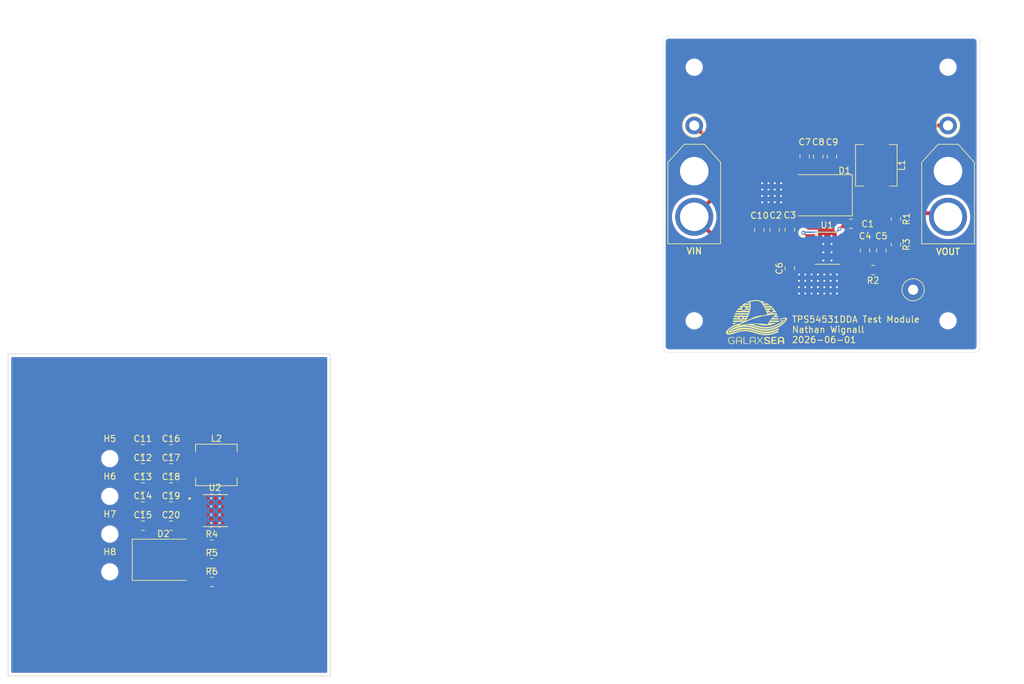
<source format=kicad_pcb>
(kicad_pcb (version 20241229) (generator "pcbnew") (generator_version "9.0")
  (layers (0 "F.Cu" signal) (2 "B.Cu" signal) (13 "F.Paste" user) (15 "B.Paste" user) (5 "F.SilkS" user "F.Silkscreen") (7 "B.SilkS" user "B.Silkscreen") (1 "F.Mask" user) (3 "B.Mask" user) (25 "Edge.Cuts" user))
  (net 0 "")
  (net 1 "GND")
  (net 2 "Net-(C5-Pad1)")
  (net 3 "/BDC Test Module/_BDC_VSENSE")
  (net 4 "Net-(C15-Pad1)")
  (net 5 "/BDC Test Module/COMP")
  (net 6 "GND1")
  (net 7 "/BDC Test Module/BOOT")
  (net 8 "/BDC Test Module/PH")
  (net 9 "/BDC Test Module/SS")
  (net 10 "/BDC Production Module/COMP")
  (net 11 "/BDC Production Module/SS")
  (net 12 "/BDC Production Module/PH")
  (net 13 "/BDC Production Module/BOOT")
  (net 14 "/BDC Production Module/VSENSE")
  (net 15 "/BDC Test Module/EN")
  (net 16 "/BDC Production Module/EN")
  (net 17 "/BDC Test Module/VIN")
  (net 18 "/BDC Test Module/VOUT")
  (net 19 "/BDC Production Module/VIN")
  (net 20 "/BDC Production Module/VOUT")
  (footprint "Inductor_SMD:L_Vishay_IHLP-2525" (layer "F.Cu") (at 248.25 45.189 90)
    (property "Reference" "L1" (at 0 4 90) (layer "F.SilkS"))
    (property "Value" "5.6u")
    (pad "1" smd rect (at -2.921 0 90) (size 2.413 3.429) (layers "F.Cu" "F.Mask" "F.Paste") (net 8 "/BDC Test Module/PH"))
    (pad "2" smd rect (at 2.921 0 90) (size 2.413 3.429) (layers "F.Cu" "F.Mask" "F.Paste") (net 18 "/BDC Test Module/VOUT"))
  )
  (footprint "MountingHole:MountingHole_2.2mm_M2" (layer "F.Cu") (at 127.44 91.45)
    (property "Reference" "H5" (at 0 -3.15 0) (layer "F.SilkS"))
    (property "Value" "M2")
    (pad "" np_thru_hole circle (at 0 0) (size 2.2 2.2) (drill 2.2) (layers "*.Cu" "*.Mask"))
  )
  (footprint "Capacitor_SMD:C_0805_2012Metric" (layer "F.Cu") (at 132.64 102.02)
    (property "Reference" "C15" (at 0 -1.68 0) (layer "F.SilkS"))
    (property "Value" "1.1n")
    (pad "1" smd roundrect (at -0.95 0) (size 1 1.45) (layers "F.Cu" "F.Mask" "F.Paste") (net 4 "Net-(C15-Pad1)"))
    (pad "2" smd roundrect (at 0.95 0) (size 1 1.45) (layers "F.Cu" "F.Mask" "F.Paste") (net 6 "GND1"))
  )
  (footprint "footprints:VREG_LM5017MR_NOPB" (layer "F.Cu") (at 240.54 58.26)
    (property "Reference" "U1" (at -0.075 -3.635 0) (layer "F.SilkS"))
    (property "Value" "TPS54531DDA")
    (pad "1" smd roundrect (at -2.7 -1.905) (size 1.55 0.6) (layers "F.Cu" "F.Paste") (roundrect_rratio 0.025) (net 7 "/BDC Test Module/BOOT"))
    (pad "2" smd roundrect (at -2.7 -0.635) (size 1.55 0.6) (layers "F.Cu" "F.Paste") (roundrect_rratio 0.025) (net 17 "/BDC Test Module/VIN"))
    (pad "3" smd roundrect (at -2.7 0.635) (size 1.55 0.6) (layers "F.Cu" "F.Paste") (roundrect_rratio 0.025) (net 15 "/BDC Test Module/EN"))
    (pad "4" smd roundrect (at -2.7 1.905) (size 1.55 0.6) (layers "F.Cu" "F.Paste") (roundrect_rratio 0.025) (net 9 "/BDC Test Module/SS"))
    (pad "5" smd roundrect (at 2.7 1.905) (size 1.55 0.6) (layers "F.Cu" "F.Paste") (roundrect_rratio 0.025) (net 3 "/BDC Test Module/_BDC_VSENSE"))
    (pad "6" smd roundrect (at 2.7 0.635) (size 1.55 0.6) (layers "F.Cu" "F.Paste") (roundrect_rratio 0.025) (net 5 "/BDC Test Module/COMP"))
    (pad "7" thru_hole circle (at -0.65 -1.95) (size 0.4 0.4) (drill 0.3) (layers "*.Cu" "*.Mask") (net 1 "GND"))
    (pad "7" thru_hole circle (at -0.65 -0.65) (size 0.4 0.4) (drill 0.3) (layers "*.Cu" "*.Mask") (net 1 "GND"))
    (pad "7" thru_hole circle (at -0.65 0.65) (size 0.4 0.4) (drill 0.3) (layers "*.Cu" "*.Mask") (net 1 "GND"))
    (pad "7" thru_hole circle (at -0.65 1.95) (size 0.4 0.4) (drill 0.3) (layers "*.Cu" "*.Mask") (net 1 "GND"))
    (pad "7" smd rect (at 0 0) (size 2.95 4.9) (layers "F.Cu") (net 1 "GND"))
    (pad "7" thru_hole circle (at 0.65 -1.95) (size 0.4 0.4) (drill 0.3) (layers "*.Cu" "*.Mask") (net 1 "GND"))
    (pad "7" thru_hole circle (at 0.65 -0.65) (size 0.4 0.4) (drill 0.3) (layers "*.Cu" "*.Mask") (net 1 "GND"))
    (pad "7" thru_hole circle (at 0.65 0.65) (size 0.4 0.4) (drill 0.3) (layers "*.Cu" "*.Mask") (net 1 "GND"))
    (pad "7" thru_hole circle (at 0.65 1.95) (size 0.4 0.4) (drill 0.3) (layers "*.Cu" "*.Mask") (net 1 "GND"))
    (pad "7" smd roundrect (at 2.7 -0.635) (size 1.55 0.6) (layers "F.Cu" "F.Paste") (roundrect_rratio 0.025) (net 1 "GND"))
    (pad "8" smd roundrect (at 2.7 -1.905) (size 1.55 0.6) (layers "F.Cu" "F.Paste") (roundrect_rratio 0.025) (net 8 "/BDC Test Module/PH"))
  )
  (footprint "MountingHole:MountingHole_2.2mm_M2" (layer "F.Cu") (at 219.55 69.71)
    (property "Reference" "H2" (hide yes))
    (property "Value" "M2")
    (pad "" np_thru_hole circle (at 0 0) (size 2.2 2.2) (drill 2.2) (layers "*.Cu" "*.Mask"))
  )
  (footprint "footprints:VREG_LM5017MR_NOPB" (layer "F.Cu") (at 144.085 99.65)
    (property "Reference" "U2" (at -0.075 -3.635 0) (layer "F.SilkS"))
    (property "Value" "TPS54531DDA")
    (pad "1" smd roundrect (at -2.7 -1.905) (size 1.55 0.6) (layers "F.Cu" "F.Paste") (roundrect_rratio 0.025) (net 13 "/BDC Production Module/BOOT"))
    (pad "2" smd roundrect (at -2.7 -0.635) (size 1.55 0.6) (layers "F.Cu" "F.Paste") (roundrect_rratio 0.025) (net 19 "/BDC Production Module/VIN"))
    (pad "3" smd roundrect (at -2.7 0.635) (size 1.55 0.6) (layers "F.Cu" "F.Paste") (roundrect_rratio 0.025) (net 16 "/BDC Production Module/EN"))
    (pad "4" smd roundrect (at -2.7 1.905) (size 1.55 0.6) (layers "F.Cu" "F.Paste") (roundrect_rratio 0.025) (net 11 "/BDC Production Module/SS"))
    (pad "5" smd roundrect (at 2.7 1.905) (size 1.55 0.6) (layers "F.Cu" "F.Paste") (roundrect_rratio 0.025) (net 14 "/BDC Production Module/VSENSE"))
    (pad "6" smd roundrect (at 2.7 0.635) (size 1.55 0.6) (layers "F.Cu" "F.Paste") (roundrect_rratio 0.025) (net 10 "/BDC Production Module/COMP"))
    (pad "7" thru_hole circle (at -0.65 -1.95) (size 0.4 0.4) (drill 0.3) (layers "*.Cu" "*.Mask") (net 6 "GND1"))
    (pad "7" thru_hole circle (at -0.65 -0.65) (size 0.4 0.4) (drill 0.3) (layers "*.Cu" "*.Mask") (net 6 "GND1"))
    (pad "7" thru_hole circle (at -0.65 0.65) (size 0.4 0.4) (drill 0.3) (layers "*.Cu" "*.Mask") (net 6 "GND1"))
    (pad "7" thru_hole circle (at -0.65 1.95) (size 0.4 0.4) (drill 0.3) (layers "*.Cu" "*.Mask") (net 6 "GND1"))
    (pad "7" smd rect (at 0 0) (size 2.95 4.9) (layers "F.Cu") (net 6 "GND1"))
    (pad "7" thru_hole circle (at 0.65 -1.95) (size 0.4 0.4) (drill 0.3) (layers "*.Cu" "*.Mask") (net 6 "GND1"))
    (pad "7" thru_hole circle (at 0.65 -0.65) (size 0.4 0.4) (drill 0.3) (layers "*.Cu" "*.Mask") (net 6 "GND1"))
    (pad "7" thru_hole circle (at 0.65 0.65) (size 0.4 0.4) (drill 0.3) (layers "*.Cu" "*.Mask") (net 6 "GND1"))
    (pad "7" thru_hole circle (at 0.65 1.95) (size 0.4 0.4) (drill 0.3) (layers "*.Cu" "*.Mask") (net 6 "GND1"))
    (pad "7" smd roundrect (at 2.7 -0.635) (size 1.55 0.6) (layers "F.Cu" "F.Paste") (roundrect_rratio 0.025) (net 6 "GND1"))
    (pad "8" smd roundrect (at 2.7 -1.905) (size 1.55 0.6) (layers "F.Cu" "F.Paste") (roundrect_rratio 0.025) (net 12 "/BDC Production Module/PH"))
  )
  (footprint "Capacitor_SMD:C_0805_2012Metric" (layer "F.Cu") (at 137.09 102.02)
    (property "Reference" "C20" (at 0 -1.68 0) (layer "F.SilkS"))
    (property "Value" "47uF")
    (pad "1" smd roundrect (at -0.95 0) (size 1 1.45) (layers "F.Cu" "F.Mask" "F.Paste") (net 20 "/BDC Production Module/VOUT"))
    (pad "2" smd roundrect (at 0.95 0) (size 1 1.45) (layers "F.Cu" "F.Mask" "F.Paste") (net 6 "GND1"))
  )
  (footprint "Capacitor_SMD:C_0805_2012Metric" (layer "F.Cu") (at 132.64 92.99)
    (property "Reference" "C12" (at 0 -1.68 0) (layer "F.SilkS"))
    (property "Value" "10u")
    (pad "1" smd roundrect (at -0.95 0) (size 1 1.45) (layers "F.Cu" "F.Mask" "F.Paste") (net 19 "/BDC Production Module/VIN"))
    (pad "2" smd roundrect (at 0.95 0) (size 1 1.45) (layers "F.Cu" "F.Mask" "F.Paste") (net 6 "GND1"))
  )
  (footprint "Capacitor_SMD:C_0805_2012Metric" (layer "F.Cu") (at 229.815 55.36 90)
    (property "Reference" "C10" (at 2.25 0.035 0) (layer "F.SilkS"))
    (property "Value" "10u")
    (pad "1" smd roundrect (at -0.95 0 90) (size 1 1.45) (layers "F.Cu" "F.Mask" "F.Paste") (net 17 "/BDC Test Module/VIN"))
    (pad "2" smd roundrect (at 0.95 0 90) (size 1 1.45) (layers "F.Cu" "F.Mask" "F.Paste") (net 1 "GND"))
  )
  (footprint "Resistor_SMD:R_0805_2012Metric" (layer "F.Cu") (at 251.35 53.6475 -90)
    (property "Reference" "R1" (at 0 -1.65 90) (layer "F.SilkS"))
    (property "Value" "10.2k")
    (pad "1" smd roundrect (at -0.9125 0 270) (size 1.025 1.4) (layers "F.Cu" "F.Mask" "F.Paste") (roundrect_rratio 0.243902) (net 18 "/BDC Test Module/VOUT"))
    (pad "2" smd roundrect (at 0.9125 0 270) (size 1.025 1.4) (layers "F.Cu" "F.Mask" "F.Paste") (roundrect_rratio 0.243902) (net 3 "/BDC Test Module/_BDC_VSENSE"))
  )
  (footprint "Capacitor_SMD:C_0805_2012Metric" (layer "F.Cu") (at 137.09 99.01)
    (property "Reference" "C19" (at 0 -1.68 0) (layer "F.SilkS"))
    (property "Value" "47uF")
    (pad "1" smd roundrect (at -0.95 0) (size 1 1.45) (layers "F.Cu" "F.Mask" "F.Paste") (net 20 "/BDC Production Module/VOUT"))
    (pad "2" smd roundrect (at 0.95 0) (size 1 1.45) (layers "F.Cu" "F.Mask" "F.Paste") (net 6 "GND1"))
  )
  (footprint "Capacitor_SMD:C_0805_2012Metric" (layer "F.Cu") (at 244.25 54.41)
    (property "Reference" "C1" (at 2.64 0.02 0) (layer "F.SilkS"))
    (property "Value" "100n")
    (pad "1" smd roundrect (at -0.95 0) (size 1 1.45) (layers "F.Cu" "F.Mask" "F.Paste") (net 7 "/BDC Test Module/BOOT"))
    (pad "2" smd roundrect (at 0.95 0) (size 1 1.45) (layers "F.Cu" "F.Mask" "F.Paste") (net 8 "/BDC Test Module/PH"))
  )
  (footprint "Capacitor_SMD:C_0805_2012Metric" (layer "F.Cu") (at 132.64 96)
    (property "Reference" "C13" (at 0 -1.68 0) (layer "F.SilkS"))
    (property "Value" "10u")
    (pad "1" smd roundrect (at -0.95 0) (size 1 1.45) (layers "F.Cu" "F.Mask" "F.Paste") (net 19 "/BDC Production Module/VIN"))
    (pad "2" smd roundrect (at 0.95 0) (size 1 1.45) (layers "F.Cu" "F.Mask" "F.Paste") (net 6 "GND1"))
  )
  (footprint "Capacitor_SMD:C_0805_2012Metric" (layer "F.Cu") (at 234.615 55.34 90)
    (property "Reference" "C3" (at 2.295 0.005 0) (layer "F.SilkS"))
    (property "Value" "10u")
    (pad "1" smd roundrect (at -0.95 0 90) (size 1 1.45) (layers "F.Cu" "F.Mask" "F.Paste") (net 17 "/BDC Test Module/VIN"))
    (pad "2" smd roundrect (at 0.95 0 90) (size 1 1.45) (layers "F.Cu" "F.Mask" "F.Paste") (net 1 "GND"))
  )
  (footprint "LOGO" (layer "F.Cu") (at 229.372074 70.292299)
    (property "Reference" "G***" (hide yes))
    (property "Value" "LOGO" (hide yes))
  )
  (footprint "Resistor_SMD:R_0805_2012Metric" (layer "F.Cu") (at 251.35 57.6975 -90)
    (property "Reference" "R3" (at 0 -1.65 90) (layer "F.SilkS"))
    (property "Value" "1.96k")
    (pad "1" smd roundrect (at -0.9125 0 270) (size 1.025 1.4) (layers "F.Cu" "F.Mask" "F.Paste") (roundrect_rratio 0.243902) (net 3 "/BDC Test Module/_BDC_VSENSE"))
    (pad "2" smd roundrect (at 0.9125 0 270) (size 1.025 1.4) (layers "F.Cu" "F.Mask" "F.Paste") (roundrect_rratio 0.243902) (net 1 "GND"))
  )
  (footprint "MountingHole:MountingHole_2.2mm_M2" (layer "F.Cu") (at 127.44 109.3)
    (property "Reference" "H8" (at 0 -3.15 0) (layer "F.SilkS"))
    (property "Value" "M2")
    (pad "" np_thru_hole circle (at 0 0) (size 2.2 2.2) (drill 2.2) (layers "*.Cu" "*.Mask"))
  )
  (footprint "Capacitor_SMD:C_0805_2012Metric" (layer "F.Cu") (at 246.465 58.605 90)
    (property "Reference" "C4" (at 2.27 0.02 180) (layer "F.SilkS"))
    (property "Value" "10p")
    (pad "1" smd roundrect (at -0.95 0 90) (size 1 1.45) (layers "F.Cu" "F.Mask" "F.Paste") (net 5 "/BDC Test Module/COMP"))
    (pad "2" smd roundrect (at 0.95 0 90) (size 1 1.45) (layers "F.Cu" "F.Mask" "F.Paste") (net 1 "GND"))
  )
  (footprint "TestPoint:TestPoint_Keystone_5005-5009_Compact" (layer "F.Cu") (at 259.55 38.91)
    (property "Reference" "TP2" (hide yes))
    (property "Value" "VOUT")
    (pad "1" thru_hole circle (at 0 0) (size 2.8 2.8) (drill 1.6) (layers "*.Cu" "*.Mask") (net 18 "/BDC Test Module/VOUT"))
  )
  (footprint "Diode_SMD:D_SMC" (layer "F.Cu") (at 135.885 107.4)
    (property "Reference" "D2" (at 0 -4.1 0) (layer "F.SilkS"))
    (property "Value" "CHANGE FOOTPRINT LATER")
    (pad "1" smd roundrect (at -3.4 0 90) (size 3.3 2.5) (layers "F.Cu" "F.Mask" "F.Paste") (roundrect_rratio 0.1) (net 12 "/BDC Production Module/PH"))
    (pad "2" smd roundrect (at 3.4 0 90) (size 3.3 2.5) (layers "F.Cu" "F.Mask" "F.Paste") (roundrect_rratio 0.1) (net 6 "GND1"))
  )
  (footprint "Capacitor_SMD:C_0805_2012Metric" (layer "F.Cu") (at 239.09 43.81 -90)
    (property "Reference" "C8" (at -2.3 -0.01 0) (layer "F.SilkS"))
    (property "Value" "47uF")
    (pad "1" smd roundrect (at -0.95 0 270) (size 1 1.45) (layers "F.Cu" "F.Mask" "F.Paste") (net 18 "/BDC Test Module/VOUT"))
    (pad "2" smd roundrect (at 0.95 0 270) (size 1 1.45) (layers "F.Cu" "F.Mask" "F.Paste") (net 1 "GND"))
  )
  (footprint "Capacitor_SMD:C_0805_2012Metric" (layer "F.Cu") (at 137.09 96)
    (property "Reference" "C18" (at 0 -1.68 0) (layer "F.SilkS"))
    (property "Value" "47uF")
    (pad "1" smd roundrect (at -0.95 0) (size 1 1.45) (layers "F.Cu" "F.Mask" "F.Paste") (net 20 "/BDC Production Module/VOUT"))
    (pad "2" smd roundrect (at 0.95 0) (size 1 1.45) (layers "F.Cu" "F.Mask" "F.Paste") (net 6 "GND1"))
  )
  (footprint "MountingHole:MountingHole_2.2mm_M2" (layer "F.Cu") (at 259.55 29.71)
    (property "Reference" "H4" (hide yes))
    (property "Value" "M2")
    (pad "" np_thru_hole circle (at 0 0) (size 2.2 2.2) (drill 2.2) (layers "*.Cu" "*.Mask"))
  )
  (footprint "Capacitor_SMD:C_0805_2012Metric" (layer "F.Cu") (at 234.615 61.44 -90)
    (property "Reference" "C6" (at 0 1.65 90) (layer "F.SilkS"))
    (property "Value" "8.2n")
    (pad "1" smd roundrect (at -0.95 0 270) (size 1 1.45) (layers "F.Cu" "F.Mask" "F.Paste") (net 9 "/BDC Test Module/SS"))
    (pad "2" smd roundrect (at 0.95 0 270) (size 1 1.45) (layers "F.Cu" "F.Mask" "F.Paste") (net 1 "GND"))
  )
  (footprint "Capacitor_SMD:C_0805_2012Metric" (layer "F.Cu") (at 137.09 92.99)
    (property "Reference" "C17" (at 0 -1.68 0) (layer "F.SilkS"))
    (property "Value" "100n")
    (pad "1" smd roundrect (at -0.95 0) (size 1 1.45) (layers "F.Cu" "F.Mask" "F.Paste") (net 13 "/BDC Production Module/BOOT"))
    (pad "2" smd roundrect (at 0.95 0) (size 1 1.45) (layers "F.Cu" "F.Mask" "F.Paste") (net 12 "/BDC Production Module/PH"))
  )
  (footprint "Resistor_SMD:R_0805_2012Metric" (layer "F.Cu") (at 247.7375 61.71 180)
    (property "Reference" "R2" (at 0 -1.65 0) (layer "F.SilkS"))
    (property "Value" "31.6k")
    (pad "1" smd roundrect (at -0.9125 0 180) (size 1.025 1.4) (layers "F.Cu" "F.Mask" "F.Paste") (roundrect_rratio 0.243902) (net 2 "Net-(C5-Pad1)"))
    (pad "2" smd roundrect (at 0.9125 0 180) (size 1.025 1.4) (layers "F.Cu" "F.Mask" "F.Paste") (roundrect_rratio 0.243902) (net 5 "/BDC Test Module/COMP"))
  )
  (footprint "TestPoint:TestPoint_Keystone_5005-5009_Compact" (layer "F.Cu") (at 254.05 64.81)
    (property "Reference" "TP3" (hide yes))
    (property "Value" "GND")
    (pad "1" thru_hole circle (at 0 0) (size 2.8 2.8) (drill 1.6) (layers "*.Cu" "*.Mask") (net 1 "GND"))
  )
  (footprint "Resistor_SMD:R_0805_2012Metric" (layer "F.Cu") (at 143.51 105)
    (property "Reference" "R4" (at 0 -1.65 0) (layer "F.SilkS"))
    (property "Value" "31.6k")
    (pad "1" smd roundrect (at -0.9125 0) (size 1.025 1.4) (layers "F.Cu" "F.Mask" "F.Paste") (roundrect_rratio 0.243902) (net 4 "Net-(C15-Pad1)"))
    (pad "2" smd roundrect (at 0.9125 0) (size 1.025 1.4) (layers "F.Cu" "F.Mask" "F.Paste") (roundrect_rratio 0.243902) (net 10 "/BDC Production Module/COMP"))
  )
  (footprint "TestPoint:TestPoint_Keystone_5005-5009_Compact" (layer "F.Cu") (at 219.55 38.91)
    (property "Reference" "TP1" (hide yes))
    (property "Value" "VIN")
    (pad "1" thru_hole circle (at 0 0) (size 2.8 2.8) (drill 1.6) (layers "*.Cu" "*.Mask") (net 17 "/BDC Test Module/VIN"))
  )
  (footprint "MountingHole:MountingHole_2.2mm_M2" (layer "F.Cu") (at 259.55 69.71)
    (property "Reference" "H1" (hide yes))
    (property "Value" "M2")
    (pad "" np_thru_hole circle (at 0 0) (size 2.2 2.2) (drill 2.2) (layers "*.Cu" "*.Mask"))
  )
  (footprint "Connector_AMASS:AMASS_XT60-F_1x02_P7.20mm_Vertical" (layer "F.Cu") (at 219.55 46.11 -90)
    (property "Reference" "J1" (hide yes))
    (property "Value" "XT-30")
    (pad "1" thru_hole roundrect (at 0 0 270) (size 6 6) (drill 4.5) (layers "*.Cu" "*.Mask") (net 1 "GND"))
    (pad "2" thru_hole circle (at 7.2 0 270) (size 6 6) (drill 4.5) (layers "*.Cu" "*.Mask") (net 17 "/BDC Test Module/VIN"))
  )
  (footprint "Capacitor_SMD:C_0805_2012Metric" (layer "F.Cu") (at 236.95 43.81 -90)
    (property "Reference" "C7" (at -2.29 -0.02 0) (layer "F.SilkS"))
    (property "Value" "47uF")
    (pad "1" smd roundrect (at -0.95 0 270) (size 1 1.45) (layers "F.Cu" "F.Mask" "F.Paste") (net 18 "/BDC Test Module/VOUT"))
    (pad "2" smd roundrect (at 0.95 0 270) (size 1 1.45) (layers "F.Cu" "F.Mask" "F.Paste") (net 1 "GND"))
  )
  (footprint "MountingHole:MountingHole_2.2mm_M2" (layer "F.Cu") (at 219.55 29.71)
    (property "Reference" "H3" (hide yes))
    (property "Value" "M2")
    (pad "" np_thru_hole circle (at 0 0) (size 2.2 2.2) (drill 2.2) (layers "*.Cu" "*.Mask"))
  )
  (footprint "Resistor_SMD:R_0805_2012Metric" (layer "F.Cu") (at 143.51 107.95)
    (property "Reference" "R5" (at 0 -1.65 0) (layer "F.SilkS"))
    (property "Value" "10.2k")
    (pad "1" smd roundrect (at -0.9125 0) (size 1.025 1.4) (layers "F.Cu" "F.Mask" "F.Paste") (roundrect_rratio 0.243902) (net 20 "/BDC Production Module/VOUT"))
    (pad "2" smd roundrect (at 0.9125 0) (size 1.025 1.4) (layers "F.Cu" "F.Mask" "F.Paste") (roundrect_rratio 0.243902) (net 14 "/BDC Production Module/VSENSE"))
  )
  (footprint "MountingHole:MountingHole_2.2mm_M2" (layer "F.Cu") (at 127.44 97.4)
    (property "Reference" "H6" (at 0 -3.15 0) (layer "F.SilkS"))
    (property "Value" "M2")
    (pad "" np_thru_hole circle (at 0 0) (size 2.2 2.2) (drill 2.2) (layers "*.Cu" "*.Mask"))
  )
  (footprint "Resistor_SMD:R_0805_2012Metric" (layer "F.Cu") (at 143.51 110.9)
    (property "Reference" "R6" (at 0 -1.65 0) (layer "F.SilkS"))
    (property "Value" "1.96k")
    (pad "1" smd roundrect (at -0.9125 0) (size 1.025 1.4) (layers "F.Cu" "F.Mask" "F.Paste") (roundrect_rratio 0.243902) (net 14 "/BDC Production Module/VSENSE"))
    (pad "2" smd roundrect (at 0.9125 0) (size 1.025 1.4) (layers "F.Cu" "F.Mask" "F.Paste") (roundrect_rratio 0.243902) (net 6 "GND1"))
  )
  (footprint "Connector_AMASS:AMASS_XT60-F_1x02_P7.20mm_Vertical" (layer "F.Cu") (at 259.55 46.11 -90)
    (property "Reference" "J2" (hide yes))
    (property "Value" "XT-30")
    (pad "1" thru_hole roundrect (at 0 0 270) (size 6 6) (drill 4.5) (layers "*.Cu" "*.Mask") (net 1 "GND"))
    (pad "2" thru_hole circle (at 7.2 0 270) (size 6 6) (drill 4.5) (layers "*.Cu" "*.Mask") (net 18 "/BDC Test Module/VOUT"))
  )
  (footprint "MountingHole:MountingHole_2.2mm_M2" (layer "F.Cu") (at 127.44 103.35)
    (property "Reference" "H7" (at 0 -3.15 0) (layer "F.SilkS"))
    (property "Value" "M2")
    (pad "" np_thru_hole circle (at 0 0) (size 2.2 2.2) (drill 2.2) (layers "*.Cu" "*.Mask"))
  )
  (footprint "Capacitor_SMD:C_0805_2012Metric" (layer "F.Cu") (at 249.05 58.605 90)
    (property "Reference" "C5" (at 2.26 0 180) (layer "F.SilkS"))
    (property "Value" "1.1n")
    (pad "1" smd roundrect (at -0.95 0 90) (size 1 1.45) (layers "F.Cu" "F.Mask" "F.Paste") (net 2 "Net-(C5-Pad1)"))
    (pad "2" smd roundrect (at 0.95 0 90) (size 1 1.45) (layers "F.Cu" "F.Mask" "F.Paste") (net 1 "GND"))
  )
  (footprint "Capacitor_SMD:C_0805_2012Metric" (layer "F.Cu") (at 241.25 43.81 -90)
    (property "Reference" "C9" (at -2.28 -0.01 180) (layer "F.SilkS"))
    (property "Value" "47uF")
    (pad "1" smd roundrect (at -0.95 0 270) (size 1 1.45) (layers "F.Cu" "F.Mask" "F.Paste") (net 18 "/BDC Test Module/VOUT"))
    (pad "2" smd roundrect (at 0.95 0 270) (size 1 1.45) (layers "F.Cu" "F.Mask" "F.Paste") (net 1 "GND"))
  )
  (footprint "Diode_SMD:D_SMC" (layer "F.Cu") (at 239.55 49.91 180)
    (property "Reference" "D1" (at -3.7 3.9 0) (layer "F.SilkS"))
    (property "Value" "CHANGE FOOTPRINT LATER")
    (pad "1" smd roundrect (at -3.4 0 270) (size 3.3 2.5) (layers "F.Cu" "F.Mask" "F.Paste") (roundrect_rratio 0.1) (net 8 "/BDC Test Module/PH"))
    (pad "2" smd roundrect (at 3.4 0 270) (size 3.3 2.5) (layers "F.Cu" "F.Mask" "F.Paste") (roundrect_rratio 0.1) (net 1 "GND"))
  )
  (footprint "Capacitor_SMD:C_0805_2012Metric" (layer "F.Cu") (at 132.64 89.98)
    (property "Reference" "C11" (at 0 -1.68 0) (layer "F.SilkS"))
    (property "Value" "10u")
    (pad "1" smd roundrect (at -0.95 0) (size 1 1.45) (layers "F.Cu" "F.Mask" "F.Paste") (net 19 "/BDC Production Module/VIN"))
    (pad "2" smd roundrect (at 0.95 0) (size 1 1.45) (layers "F.Cu" "F.Mask" "F.Paste") (net 6 "GND1"))
  )
  (footprint "Capacitor_SMD:C_0805_2012Metric" (layer "F.Cu") (at 232.215 55.36 90)
    (property "Reference" "C2" (at 2.285 0.165 180) (layer "F.SilkS"))
    (property "Value" "10u")
    (pad "1" smd roundrect (at -0.95 0 90) (size 1 1.45) (layers "F.Cu" "F.Mask" "F.Paste") (net 17 "/BDC Test Module/VIN"))
    (pad "2" smd roundrect (at 0.95 0 90) (size 1 1.45) (layers "F.Cu" "F.Mask" "F.Paste") (net 1 "GND"))
  )
  (footprint "Inductor_SMD:L_Vishay_IHLP-2525" (layer "F.Cu") (at 144.24 92.45)
    (property "Reference" "L2" (at 0 -4.175 0) (layer "F.SilkS"))
    (property "Value" "5.6u")
    (pad "1" smd rect (at -2.921 0) (size 2.413 3.429) (layers "F.Cu" "F.Mask" "F.Paste") (net 12 "/BDC Production Module/PH"))
    (pad "2" smd rect (at 2.921 0) (size 2.413 3.429) (layers "F.Cu" "F.Mask" "F.Paste") (net 20 "/BDC Production Module/VOUT"))
  )
  (footprint "Capacitor_SMD:C_0805_2012Metric" (layer "F.Cu") (at 132.64 99.01)
    (property "Reference" "C14" (at 0 -1.68 0) (layer "F.SilkS"))
    (property "Value" "10p")
    (pad "1" smd roundrect (at -0.95 0) (size 1 1.45) (layers "F.Cu" "F.Mask" "F.Paste") (net 10 "/BDC Production Module/COMP"))
    (pad "2" smd roundrect (at 0.95 0) (size 1 1.45) (layers "F.Cu" "F.Mask" "F.Paste") (net 6 "GND1"))
  )
  (footprint "Capacitor_SMD:C_0805_2012Metric" (layer "F.Cu") (at 137.09 89.98)
    (property "Reference" "C16" (at 0 -1.68 0) (layer "F.SilkS"))
    (property "Value" "8.2n")
    (pad "1" smd roundrect (at -0.95 0) (size 1 1.45) (layers "F.Cu" "F.Mask" "F.Paste") (net 11 "/BDC Production Module/SS"))
    (pad "2" smd roundrect (at 0.95 0) (size 1 1.45) (layers "F.Cu" "F.Mask" "F.Paste") (net 6 "GND1"))
  )
  (gr_line (start 263.55 74.71) (end 215.55 74.71) (stroke (width 0.05)) (layer "Edge.Cuts"))
  (gr_line (start 214.55 73.71) (end 214.55 25.71) (stroke (width 0.05)) (layer "Edge.Cuts"))
  (gr_line (start 215.55 24.71) (end 263.55 24.71) (stroke (width 0.05)) (layer "Edge.Cuts"))
  (gr_arc (start 215.55 74.71) (mid 214.842893 74.417107) (end 214.55 73.71) (stroke (width 0.05)) (layer "Edge.Cuts"))
  (gr_line (start 264.55 25.71) (end 264.55 73.71) (stroke (width 0.05)) (layer "Edge.Cuts"))
  (gr_arc (start 214.55 25.71) (mid 214.842893 25.002893) (end 215.55 24.71) (stroke (width 0.05)) (layer "Edge.Cuts"))
  (gr_arc (start 263.55 24.71) (mid 264.257107 25.002893) (end 264.55 25.71) (stroke (width 0.05)) (layer "Edge.Cuts"))
  (gr_arc (start 264.55 73.71) (mid 264.257107 74.417107) (end 263.55 74.71) (stroke (width 0.05)) (layer "Edge.Cuts"))
  (gr_rect (start 111.4025 74.93) (end 162.2025 125.73) (stroke (width 0.1)) (fill no) (layer "Edge.Cuts"))
  (gr_text "VOUT" (at 259.55 58.81 0) (layer "F.SilkS") (effects (font (size 1 1) (thickness 0.1875))))
  (gr_text "VIN" (at 219.55 58.71 0) (layer "F.SilkS") (effects (font (size 1 1) (thickness 0.1875))))
  (gr_text "TPS54531DDA Test Module\nNathan Wignall\n${CURRENT_DATE}" (at 234.872074 73.292299 0) (layer "F.SilkS") (effects (font (size 1 1) (thickness 0.15) (bold yes)) (justify left bottom)))
  (segment (start 249.05 57.655) (end 246.465 57.655) (width 0.6) (layer "F.Cu") (net 1))
  (segment (start 250.005 58.61) (end 249.05 57.655) (width 0.6) (layer "F.Cu") (net 1))
  (segment (start 246.465 57.655) (end 243.27 57.655) (width 0.6) (layer "F.Cu") (net 1))
  (segment (start 251.35 58.61) (end 250.005 58.61) (width 0.6) (layer "F.Cu") (net 1))
  (segment (start 243.24 57.625) (end 241.205 57.625) (width 0.6) (layer "F.Cu") (net 1))
  (segment (start 243.27 57.655) (end 243.24 57.625) (width 0.6) (layer "F.Cu") (net 1))
  (via (at 232.25 48.01) (size 0.6) (drill 0.3) (layers "F.Cu" "B.Cu") (net 1))
  (via (at 237.05 63.41) (size 0.6) (drill 0.3) (layers "F.Cu" "B.Cu") (net 1))
  (via (at 238.05 63.41) (size 0.6) (drill 0.3) (layers "F.Cu" "B.Cu") (net 1))
  (via (at 236.05 62.41) (size 0.6) (drill 0.3) (layers "F.Cu" "B.Cu") (net 1))
  (via (at 237.05 65.41) (size 0.6) (drill 0.3) (layers "F.Cu" "B.Cu") (net 1))
  (via (at 236.05 65.41) (size 0.6) (drill 0.3) (layers "F.Cu" "B.Cu") (net 1))
  (via (at 240.05 63.41) (size 0.6) (drill 0.3) (layers "F.Cu" "B.Cu") (net 1))
  (via (at 241.05 65.41) (size 0.6) (drill 0.3) (layers "F.Cu" "B.Cu") (net 1))
  (via (at 236.05 64.41) (size 0.6) (drill 0.3) (layers "F.Cu" "B.Cu") (net 1))
  (via (at 239.05 63.41) (size 0.6) (drill 0.3) (layers "F.Cu" "B.Cu") (net 1))
  (via (at 231.25 49.01) (size 0.6) (drill 0.3) (layers "F.Cu" "B.Cu") (net 1))
  (via (at 236.05 63.41) (size 0.6) (drill 0.3) (layers "F.Cu" "B.Cu") (net 1))
  (via (at 241.05 62.41) (size 0.6) (drill 0.3) (layers "F.Cu" "B.Cu") (net 1))
  (via (at 240.05 65.41) (size 0.6) (drill 0.3) (layers "F.Cu" "B.Cu") (net 1))
  (via (at 238.05 62.41) (size 0.6) (drill 0.3) (layers "F.Cu" "B.Cu") (net 1))
  (via (at 241.05 64.41) (size 0.6) (drill 0.3) (layers "F.Cu" "B.Cu") (net 1))
  (via (at 239.05 64.41) (size 0.6) (drill 0.3) (layers "F.Cu" "B.Cu") (net 1))
  (via (at 232.25 51.01) (size 0.6) (drill 0.3) (layers "F.Cu" "B.Cu") (net 1))
  (via (at 239.05 65.41) (size 0.6) (drill 0.3) (layers "F.Cu" "B.Cu") (net 1))
  (via (at 233.25 51.01) (size 0.6) (drill 0.3) (layers "F.Cu" "B.Cu") (net 1))
  (via (at 232.25 50.01) (size 0.6) (drill 0.3) (layers "F.Cu" "B.Cu") (net 1))
  (via (at 242.05 62.41) (size 0.6) (drill 0.3) (layers "F.Cu" "B.Cu") (net 1))
  (via (at 241.05 63.41) (size 0.6) (drill 0.3) (layers "F.Cu" "B.Cu") (net 1))
  (via (at 239.05 62.41) (size 0.6) (drill 0.3) (layers "F.Cu" "B.Cu") (net 1))
  (via (at 233.25 49.01) (size 0.6) (drill 0.3) (layers "F.Cu" "B.Cu") (net 1))
  (via (at 242.05 63.41) (size 0.6) (drill 0.3) (layers "F.Cu" "B.Cu") (net 1))
  (via (at 230.25 51.01) (size 0.6) (drill 0.3) (layers "F.Cu" "B.Cu") (net 1))
  (via (at 242.05 64.41) (size 0.6) (drill 0.3) (layers "F.Cu" "B.Cu") (net 1))
  (via (at 230.25 49.01) (size 0.6) (drill 0.3) (layers "F.Cu" "B.Cu") (net 1))
  (via (at 230.25 50.01) (size 0.6) (drill 0.3) (layers "F.Cu" "B.Cu") (net 1))
  (via (at 240.05 64.41) (size 0.6) (drill 0.3) (layers "F.Cu" "B.Cu") (net 1))
  (via (at 231.25 48.01) (size 0.6) (drill 0.3) (layers "F.Cu" "B.Cu") (net 1))
  (via (at 240.05 62.41) (size 0.6) (drill 0.3) (layers "F.Cu" "B.Cu") (net 1))
  (via (at 233.25 48.01) (size 0.6) (drill 0.3) (layers "F.Cu" "B.Cu") (net 1))
  (via (at 230.25 48.01) (size 0.6) (drill 0.3) (layers "F.Cu" "B.Cu") (net 1))
  (via (at 233.25 50.01) (size 0.6) (drill 0.3) (layers "F.Cu" "B.Cu") (net 1))
  (via (at 231.25 50.01) (size 0.6) (drill 0.3) (layers "F.Cu" "B.Cu") (net 1))
  (via (at 231.25 51.01) (size 0.6) (drill 0.3) (layers "F.Cu" "B.Cu") (net 1))
  (via (at 232.25 49.01) (size 0.6) (drill 0.3) (layers "F.Cu" "B.Cu") (net 1))
  (via (at 242.05 65.41) (size 0.6) (drill 0.3) (layers "F.Cu" "B.Cu") (net 1))
  (via (at 238.05 65.41) (size 0.6) (drill 0.3) (layers "F.Cu" "B.Cu") (net 1))
  (via (at 238.05 64.41) (size 0.6) (drill 0.3) (layers "F.Cu" "B.Cu") (net 1))
  (via (at 237.05 64.41) (size 0.6) (drill 0.3) (layers "F.Cu" "B.Cu") (net 1))
  (via (at 237.05 62.41) (size 0.6) (drill 0.3) (layers "F.Cu" "B.Cu") (net 1))
  (segment (start 248.65 61.71) (end 248.65 59.955) (width 0.6) (layer "F.Cu") (net 2))
  (segment (start 248.65 59.955) (end 249.05 59.555) (width 0.6) (layer "F.Cu") (net 2))
  (segment (start 245.986 62.911) (end 249.230502 62.911) (width 0.6) (layer "F.Cu") (net 3))
  (segment (start 252.551 59.590502) (end 252.551 57.986) (width 0.6) (layer "F.Cu") (net 3))
  (segment (start 251.35 56.785) (end 251.35 54.56) (width 0.6) (layer "F.Cu") (net 3))
  (segment (start 249.230502 62.911) (end 252.551 59.590502) (width 0.6) (layer "F.Cu") (net 3))
  (segment (start 243.24 60.165) (end 245.986 62.911) (width 0.6) (layer "F.Cu") (net 3))
  (segment (start 252.551 57.986) (end 251.35 56.785) (width 0.6) (layer "F.Cu") (net 3))
  (segment (start 245.02 59.555) (end 244.36 58.895) (width 0.6) (layer "F.Cu") (net 5))
  (segment (start 246.825 61.71) (end 246.825 59.915) (width 0.6) (layer "F.Cu") (net 5))
  (segment (start 246.465 59.555) (end 245.02 59.555) (width 0.6) (layer "F.Cu") (net 5))
  (segment (start 246.825 59.915) (end 246.465 59.555) (width 0.6) (layer "F.Cu") (net 5))
  (segment (start 244.36 58.895) (end 243.24 58.895) (width 0.6) (layer "F.Cu") (net 5))
  (segment (start 237.295 56.355) (end 236.75 55.81) (width 0.2) (layer "F.Cu") (net 7))
  (segment (start 242.45 55.21) (end 242.45 55.16) (width 0.2) (layer "F.Cu") (net 7))
  (segment (start 242.45 55.16) (end 243.3 54.31) (width 0.2) (layer "F.Cu") (net 7))
  (via (at 236.75 55.81) (size 0.6) (drill 0.3) (layers "F.Cu" "B.Cu") (net 7))
  (via (at 242.45 55.21) (size 0.6) (drill 0.3) (layers "F.Cu" "B.Cu") (net 7))
  (segment (start 236.831 55.729) (end 241.931 55.729) (width 0.2) (layer "B.Cu") (net 7))
  (segment (start 236.75 55.81) (end 236.831 55.729) (width 0.2) (layer "B.Cu") (net 7))
  (segment (start 241.931 55.729) (end 242.45 55.21) (width 0.2) (layer "B.Cu") (net 7))
  (segment (start 235.015 60.165) (end 234.69 60.49) (width 0.6) (layer "F.Cu") (net 9))
  (segment (start 237.84 60.165) (end 235.015 60.165) (width 0.6) (layer "F.Cu") (net 9))
  (segment (start 219.55 53.31) (end 222.55 56.31) (width 0.6) (layer "F.Cu") (net 17))
  (segment (start 222.55 56.31) (end 229.815 56.31) (width 0.6) (layer "F.Cu") (net 17))
  (segment (start 219.55 38.91) (end 223.051 42.411) (width 0.6) (layer "F.Cu") (net 17))
  (segment (start 223.051 42.411) (end 223.051 49.809) (width 0.6) (layer "F.Cu") (net 17))
  (segment (start 223.051 49.809) (end 219.55 53.31) (width 0.6) (layer "F.Cu") (net 17))
  (segment (start 251.35 52.735) (end 258.975 52.735) (width 0.6) (layer "F.Cu") (net 18))
  (segment (start 259.55 38.91) (end 244.75 38.91) (width 0.6) (layer "F.Cu") (net 18))
  (segment (start 251.35 52.735) (end 251.35 45.368) (width 0.6) (layer "F.Cu") (net 18))
  (segment (start 251.35 45.368) (end 248.25 42.268) (width 0.6) (layer "F.Cu") (net 18))
  (zone (net 1) (net_name "GND") (layer "F.Cu") (connect_pads yes (clearance 0.5)) (min_thickness 0.25) (fill yes (thermal_gap 0.5) (thermal_bridge_width 0.5))
    (polygon (pts (xy 239.079748 49.77) (xy 242.01 49.77) (xy 242.01 61.975) (xy 239.06 61.975)))
  )
  (zone (net 8) (net_name "/BDC Test Module/PH") (layer "F.Cu") (priority 3) (connect_pads yes (clearance 0.5)) (min_thickness 0.25) (fill yes (thermal_gap 0.5) (thermal_bridge_width 0.5))
    (polygon (pts (xy 242.46 56.655) (xy 250.07 56.655) (xy 250.07 44.505) (xy 244.700228 44.505) (xy 244.64822 55.635) (xy 242.46 55.635)))
  )
  (zone (net 1) (net_name "GND") (layer "F.Cu") (priority 2) (connect_pads yes (clearance 0.5)) (min_thickness 0.25) (fill yes (thermal_gap 0.5) (thermal_bridge_width 0.5))
    (polygon (pts (xy 227.55 66.21) (xy 227.55 73.012083) (xy 242.865 72.972223) (xy 242.865 61.858717) (xy 227.55 61.81)))
  )
  (zone (net 17) (net_name "/BDC Test Module/VIN") (layer "F.Cu") (priority 7) (connect_pads yes (clearance 0.5)) (min_thickness 0.25) (fill yes (thermal_gap 0.5) (thermal_bridge_width 0.5))
    (polygon (pts (xy 238.64 57.46) (xy 235.365 57.46) (xy 235.365 55.71) (xy 224.44 55.71) (xy 224.44 59.185) (xy 238.64 59.185)))
  )
  (zone (net 1) (net_name "GND") (layer "F.Cu") (priority 4) (connect_pads yes (clearance 0.5)) (min_thickness 0.25) (fill yes (thermal_gap 0.5) (thermal_bridge_width 0.5))
    (polygon (pts (xy 242.215 55.34) (xy 228.615 55.34) (xy 228.615 44.14) (xy 242.215 44.14)))
  )
  (zone (net 18) (net_name "/BDC Test Module/VOUT") (layer "F.Cu") (priority 6) (connect_pads yes (clearance 0.5)) (min_thickness 0.25) (fill yes (thermal_gap 0.5) (thermal_bridge_width 0.5))
    (polygon (pts (xy 228.614617 43.51) (xy 251.15 43.51) (xy 251.15 31.21) (xy 228.425386 31.21)))
  )
  (zone (net 8) (net_name "/BDC Test Module/PH") (layer "F.Cu") (priority 5) (connect_pads yes (clearance 0.5)) (min_thickness 0.25) (fill yes (thermal_gap 0.5) (thermal_bridge_width 0.5))
    (polygon (pts (xy 241.65 48.21) (xy 246.35 48.21) (xy 246.35 51.61) (xy 241.65 51.61)))
  )
  (zone (net 6) (net_name "GND1") (layer "B.Cu") (priority 8) (connect_pads (clearance 0.5)) (min_thickness 0.25) (fill yes (thermal_gap 0.5) (thermal_bridge_width 0.5))
    (polygon (pts (xy 163.4725 73.66) (xy 163.4725 127) (xy 110.1325 127) (xy 110.1325 73.66)))
  )
  (zone (net 1) (net_name "GND") (layer "B.Cu") (priority 1) (connect_pads yes (clearance 0.5)) (min_thickness 0.25) (fill yes (thermal_gap 0.5) (thermal_bridge_width 0.5))
    (polygon (pts (xy 214.54 24.76) (xy 264.96 24.51) (xy 264.55 74.7) (xy 214.54 74.74)))
  )
)
</source>
